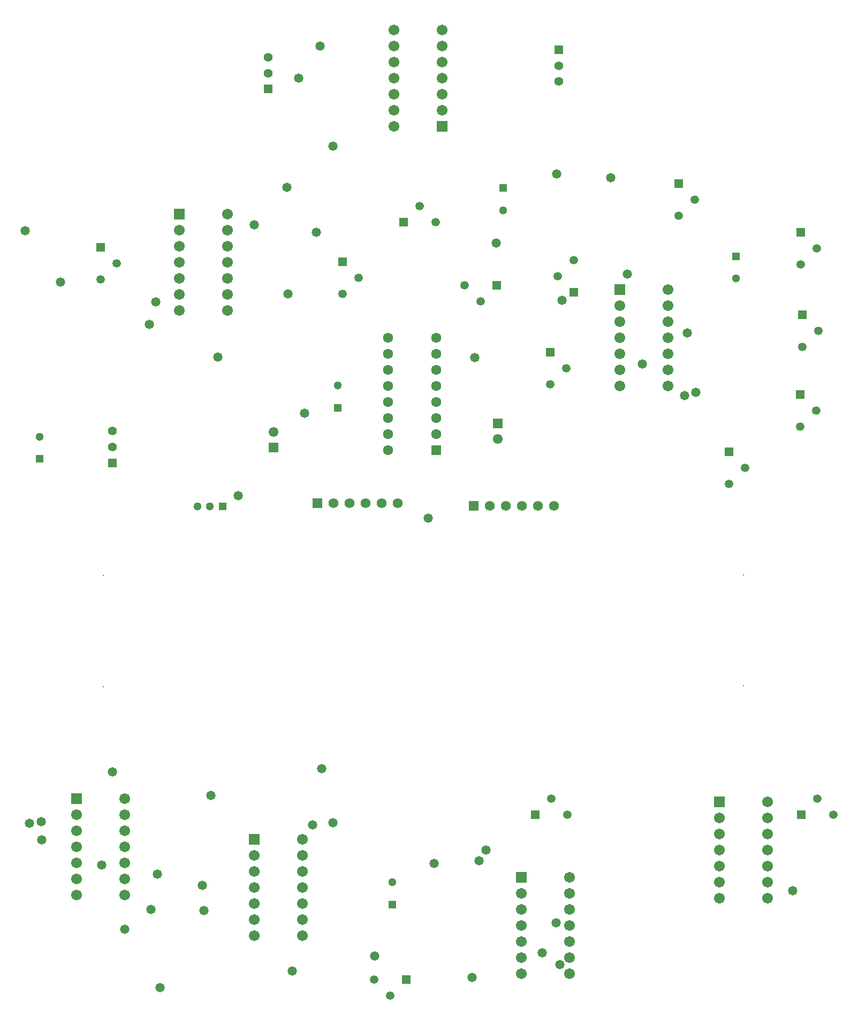
<source format=gbs>
G04*
G04 #@! TF.GenerationSoftware,Altium Limited,Altium Designer,24.1.2 (44)*
G04*
G04 Layer_Color=16711935*
%FSLAX44Y44*%
%MOMM*%
G71*
G04*
G04 #@! TF.SameCoordinates,85EAEC8C-3496-431A-917F-130F63ABBC40*
G04*
G04*
G04 #@! TF.FilePolarity,Negative*
G04*
G01*
G75*
%ADD37C,1.3432*%
%ADD38R,1.3432X1.3432*%
%ADD39C,1.5700*%
%ADD40R,1.5700X1.5700*%
%ADD41C,1.3000*%
%ADD42R,1.3000X1.3000*%
%ADD43R,1.3000X1.3000*%
%ADD44R,1.7032X1.7032*%
%ADD45C,1.7032*%
%ADD46R,1.4000X1.4000*%
%ADD47C,1.4000*%
%ADD48R,1.3432X1.3432*%
%ADD49R,1.6032X1.6032*%
%ADD50C,1.6032*%
%ADD51R,1.5500X1.5500*%
%ADD52C,1.5500*%
%ADD53C,0.2032*%
%ADD54C,1.4732*%
D37*
X1280749Y723219D02*
D03*
X1306149Y748619D02*
D03*
X582780Y958568D02*
D03*
X557379Y933168D02*
D03*
X200135Y981551D02*
D03*
X174735Y956151D02*
D03*
X632434Y-176595D02*
D03*
X607034Y-151195D02*
D03*
X679344Y1072097D02*
D03*
X704744Y1046697D02*
D03*
X887270Y134871D02*
D03*
X912670Y109471D02*
D03*
X1114439Y1081594D02*
D03*
X1089039Y1056194D02*
D03*
X1307419Y1005159D02*
D03*
X1282019Y979759D02*
D03*
X897267Y961178D02*
D03*
X922667Y986578D02*
D03*
X910869Y815461D02*
D03*
X885469Y790061D02*
D03*
X1308432Y134599D02*
D03*
X1333832Y109199D02*
D03*
X775908Y921075D02*
D03*
X750508Y946475D02*
D03*
X1309959Y874349D02*
D03*
X1284559Y848949D02*
D03*
X1194084Y657869D02*
D03*
X1168684Y632469D02*
D03*
D38*
X1280749Y774019D02*
D03*
X557379Y983968D02*
D03*
X174735Y1006951D02*
D03*
X1089039Y1106994D02*
D03*
X1282019Y1030559D02*
D03*
X922667Y935778D02*
D03*
X885469Y840861D02*
D03*
X1284559Y899749D02*
D03*
X1168684Y683269D02*
D03*
D39*
X644337Y601959D02*
D03*
X618937D02*
D03*
X593537D02*
D03*
X568137D02*
D03*
X542737D02*
D03*
X891681Y597503D02*
D03*
X866281D02*
D03*
X840881D02*
D03*
X815481D02*
D03*
X790081D02*
D03*
D40*
X517337Y601959D02*
D03*
X764681Y597503D02*
D03*
D41*
X327573Y597056D02*
D03*
X347573D02*
D03*
X549408Y788017D02*
D03*
X1179678Y957562D02*
D03*
X811457Y1065196D02*
D03*
X78113Y706969D02*
D03*
X635989Y2092D02*
D03*
D42*
X367573Y597056D02*
D03*
D43*
X549408Y753017D02*
D03*
X1179678Y992561D02*
D03*
X811457Y1100196D02*
D03*
X78113Y671969D02*
D03*
X635989Y-32908D02*
D03*
D44*
X299055Y1059224D02*
D03*
X136031Y134298D02*
D03*
X714498Y1198132D02*
D03*
X840245Y10492D02*
D03*
X995683Y939959D02*
D03*
X417271Y69857D02*
D03*
X1153477Y129383D02*
D03*
D45*
X299055Y1033824D02*
D03*
Y1008424D02*
D03*
Y983024D02*
D03*
Y957624D02*
D03*
Y932224D02*
D03*
Y906824D02*
D03*
X375255Y1059224D02*
D03*
Y1033824D02*
D03*
Y1008424D02*
D03*
Y983024D02*
D03*
Y957624D02*
D03*
Y932224D02*
D03*
Y906824D02*
D03*
X136031Y108898D02*
D03*
Y83498D02*
D03*
Y58098D02*
D03*
Y32698D02*
D03*
Y7298D02*
D03*
Y-18102D02*
D03*
X212231Y134298D02*
D03*
Y108898D02*
D03*
Y83498D02*
D03*
Y58098D02*
D03*
Y32698D02*
D03*
Y7298D02*
D03*
Y-18102D02*
D03*
X714498Y1223532D02*
D03*
Y1248932D02*
D03*
Y1274332D02*
D03*
Y1299732D02*
D03*
Y1325132D02*
D03*
Y1350532D02*
D03*
X638298Y1198132D02*
D03*
Y1223532D02*
D03*
Y1248932D02*
D03*
Y1274332D02*
D03*
Y1299732D02*
D03*
Y1325132D02*
D03*
Y1350532D02*
D03*
X840245Y-14908D02*
D03*
Y-40308D02*
D03*
Y-65708D02*
D03*
Y-91108D02*
D03*
Y-116508D02*
D03*
Y-141908D02*
D03*
X916445Y10492D02*
D03*
Y-14908D02*
D03*
Y-40308D02*
D03*
Y-65708D02*
D03*
Y-91108D02*
D03*
Y-116508D02*
D03*
Y-141908D02*
D03*
X995683Y914559D02*
D03*
Y889159D02*
D03*
Y863759D02*
D03*
Y838359D02*
D03*
Y812959D02*
D03*
Y787559D02*
D03*
X1071883Y939959D02*
D03*
Y914559D02*
D03*
Y889159D02*
D03*
Y863759D02*
D03*
Y838359D02*
D03*
Y812959D02*
D03*
Y787559D02*
D03*
X417271Y44457D02*
D03*
Y19057D02*
D03*
Y-6343D02*
D03*
Y-31743D02*
D03*
Y-57143D02*
D03*
Y-82543D02*
D03*
X493471Y69857D02*
D03*
Y44457D02*
D03*
Y19057D02*
D03*
Y-6343D02*
D03*
Y-31743D02*
D03*
Y-57143D02*
D03*
Y-82543D02*
D03*
X1153477Y103983D02*
D03*
Y78583D02*
D03*
Y53183D02*
D03*
Y27783D02*
D03*
Y2383D02*
D03*
Y-23017D02*
D03*
X1229677Y129383D02*
D03*
Y103983D02*
D03*
Y78583D02*
D03*
Y53183D02*
D03*
Y27783D02*
D03*
Y2383D02*
D03*
Y-23017D02*
D03*
D46*
X193109Y665820D02*
D03*
X899414Y1318937D02*
D03*
X439158Y1257021D02*
D03*
D47*
X193109Y690821D02*
D03*
Y715821D02*
D03*
X899414Y1293937D02*
D03*
Y1268936D02*
D03*
X439158Y1282020D02*
D03*
Y1307021D02*
D03*
D48*
X657833Y-151195D02*
D03*
X653944Y1046697D02*
D03*
X861870Y109471D02*
D03*
X1283032Y109199D02*
D03*
X801308Y946475D02*
D03*
D49*
X705242Y685712D02*
D03*
D50*
Y711112D02*
D03*
Y736512D02*
D03*
Y761912D02*
D03*
Y787312D02*
D03*
Y812712D02*
D03*
Y838112D02*
D03*
Y863512D02*
D03*
X629042Y685712D02*
D03*
Y711112D02*
D03*
Y736512D02*
D03*
Y761912D02*
D03*
Y787312D02*
D03*
Y812712D02*
D03*
Y838112D02*
D03*
Y863512D02*
D03*
D51*
X448106Y689755D02*
D03*
X802793Y728478D02*
D03*
D52*
X448106Y714756D02*
D03*
X802793Y703477D02*
D03*
D53*
X178517Y311897D02*
D03*
Y487429D02*
D03*
X1191153Y313230D02*
D03*
Y488762D02*
D03*
D54*
X193192Y176484D02*
D03*
X904532Y922835D02*
D03*
X1115962Y777576D02*
D03*
X762259Y-148487D02*
D03*
X773336Y36009D02*
D03*
X80862Y97778D02*
D03*
X61603Y95628D02*
D03*
X702191Y32493D02*
D03*
X1098181Y772128D02*
D03*
X360053Y832765D02*
D03*
X487358Y1274332D02*
D03*
X872625Y-109528D02*
D03*
X477401Y-137955D02*
D03*
X470797Y933168D02*
D03*
X783725Y53201D02*
D03*
X1268865Y-11266D02*
D03*
X81481Y69778D02*
D03*
X693047Y578085D02*
D03*
X175903Y29699D02*
D03*
X212231Y-71647D02*
D03*
X261755Y920323D02*
D03*
X417711Y1042143D02*
D03*
X469019Y1101579D02*
D03*
X54999Y1032745D02*
D03*
X607703Y-114065D02*
D03*
X901238Y-128035D02*
D03*
X337828Y-42691D02*
D03*
X542171Y1166857D02*
D03*
X264295Y15475D02*
D03*
X254135Y-40913D02*
D03*
X515293Y1030413D02*
D03*
X799981Y1013441D02*
D03*
X251595Y884790D02*
D03*
X541790Y96291D02*
D03*
X524137Y181845D02*
D03*
X111133Y951465D02*
D03*
X1007245Y964165D02*
D03*
X1031629Y821671D02*
D03*
X766199Y832085D02*
D03*
X268105Y-164611D02*
D03*
X895231Y-61536D02*
D03*
X348877Y139427D02*
D03*
X496959Y743947D02*
D03*
X392311Y613645D02*
D03*
X1102749Y871470D02*
D03*
X981083Y1116311D02*
D03*
X335415Y-2305D02*
D03*
X896247Y1122661D02*
D03*
X509913Y93199D02*
D03*
X521851Y1325353D02*
D03*
M02*

</source>
